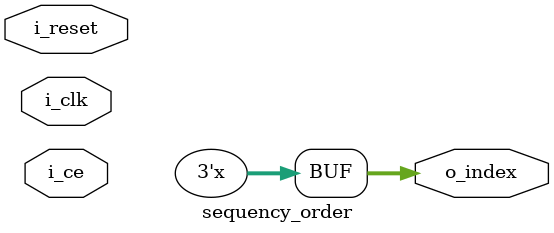
<source format=v>
`timescale 1ns / 1ps
`default_nettype	none
module sequency_order(i_clk, i_ce, i_reset, o_index);
    parameter L_WIDTH = 3;
    parameter MEASURES = 4;

    input wire i_clk;
    input wire i_ce;
    input wire i_reset;
    output wire [L_WIDTH-1:0] o_index;

    reg  [L_WIDTH-1:0] binary_value = {{L_WIDTH{1'b0}}, 1'b1};
    reg  [L_WIDTH-1:0] gray_value = {L_WIDTH{1'b0}};

    always @(posedge i_clk)
      if (i_reset) begin
         binary_value <= {{L_WIDTH{1'b0}}, 1'b1};
         gray_value <= {L_WIDTH{1'b0}};
      end
      else if (i_ce) begin
         binary_value <= binary_value + 1;
         gray_value <= (binary_value >> 1) ^ binary_value;
      end

     /*bit_reversal*/
     assign o_index[5] = gray_value[0];
     assign o_index[4] = gray_value[1];
     assign o_index[3] = gray_value[2];
     assign o_index[2] = gray_value[3];
     assign o_index[1] = gray_value[4];
     assign o_index[0] = gray_value[5];
     

endmodule

</source>
